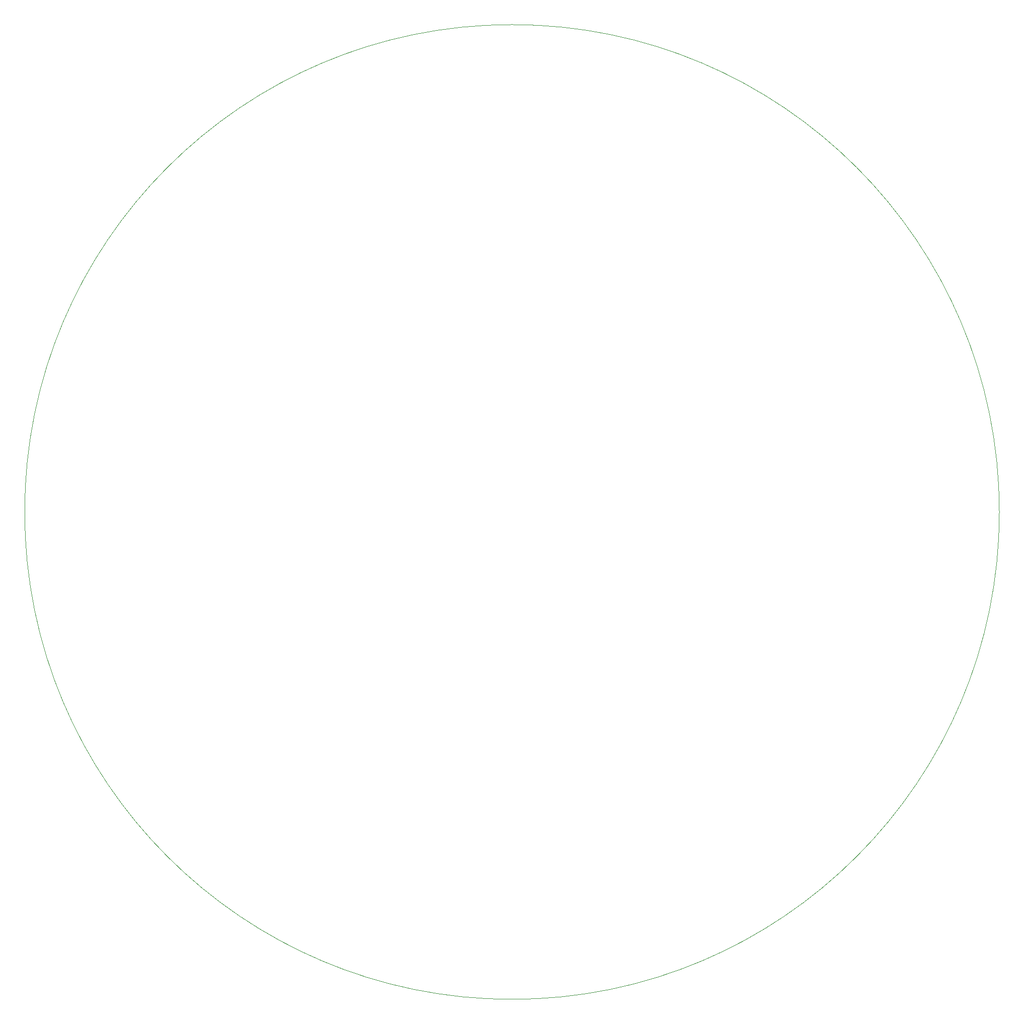
<source format=gbr>
%TF.GenerationSoftware,KiCad,Pcbnew,(6.0.5-0)*%
%TF.CreationDate,2022-05-16T23:59:53+02:00*%
%TF.ProjectId,diodeplate,64696f64-6570-46c6-9174-652e6b696361,rev?*%
%TF.SameCoordinates,Original*%
%TF.FileFunction,Profile,NP*%
%FSLAX46Y46*%
G04 Gerber Fmt 4.6, Leading zero omitted, Abs format (unit mm)*
G04 Created by KiCad (PCBNEW (6.0.5-0)) date 2022-05-16 23:59:53*
%MOMM*%
%LPD*%
G01*
G04 APERTURE LIST*
%TA.AperFunction,Profile*%
%ADD10C,0.100000*%
%TD*%
G04 APERTURE END LIST*
D10*
X298600000Y-142620000D02*
G75*
G03*
X298600000Y-142620000I-82000000J0D01*
G01*
M02*

</source>
